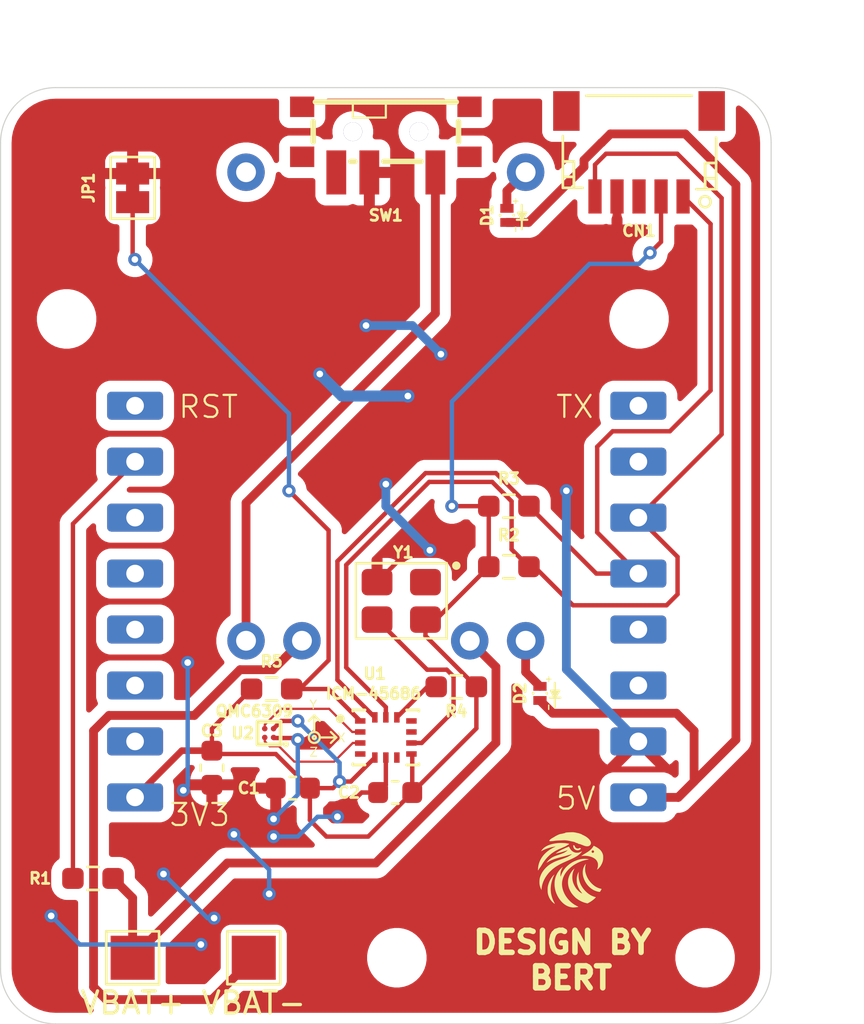
<source format=kicad_pcb>
(kicad_pcb (version 20241229) (generator "pcbnew") (generator_version "9.0")
  (layers (0 "F.Cu" signal) (2 "B.Cu" signal) (13 "F.Paste" user) (15 "B.Paste" user) (5 "F.SilkS" user "F.Silkscreen") (7 "B.SilkS" user "B.Silkscreen") (1 "F.Mask" user) (3 "B.Mask" user) (25 "Edge.Cuts" user))
  (net 0 "")
  (net 1 "Net-(U4-B+)")
  (net 2 "Net-(U3-A0)")
  (net 3 "+3V3")
  (net 4 "SCL")
  (net 5 "SDA")
  (net 6 "Net-(U1-AP_CS)")
  (net 7 "Net-(JP1-B)")
  (net 8 "GND")
  (net 9 "SDX")
  (net 10 "SCX")
  (net 11 "Net-(U4-OUT-)")
  (net 13 "Net-(U4-B-)")
  (net 14 "Net-(U4-IN+)")
  (net 15 "Net-(U4-OUT+)")
  (net 24 "+5V")
  (net 36 "CLK")
  (footprint "Jumper:SolderJumper-2_P1.3mm_Bridged_Pad1.0x1.5mm" (layer "F.Cu") (at 128.5 74.55 -90)
    (property "Reference" "JP1" (at 0 2 90) (layer "F.SilkS") (effects (font (size 0.5 0.5) (thickness 0.125))))
    (property "Value" "SolderJumper_2_Bridged" (hide yes))
    (fp_poly (pts (xy -0.25 -0.3) (xy 0.25 -0.3) (xy 0.25 0.3) (xy -0.25 0.3)) (fill yes) (layer "F.Cu"))
    (pad "1" smd rect (at -0.65 0 270) (size 1 1.5) (layers "F.Cu" "F.Mask") (net 8 "GND"))
    (pad "2" smd rect (at 0.65 0 270) (size 1 1.5) (layers "F.Cu" "F.Mask") (net 7 "Net-(JP1-B)"))
  )
  (footprint "Bert-Slime-PCB:SOD993_L1.0-W0.6-LS1.0-RD" (layer "F.Cu") (at 147 97.5 90)
    (property "Reference" "D2" (at 0 -0.9 90) (layer "F.SilkS") (effects (font (size 0.5 0.5) (thickness 0.125))))
    (property "Value" "PMEG3010ESBYL")
    (fp_text user "+" (at 0.45 0.525 90) (layer "F.SilkS") (effects (font (size 0.25 0.25) (thickness 0.0625) (bold yes)) (justify left bottom)))
    (fp_text user "-" (at -0.825 0.525 90) (layer "F.SilkS") (effects (font (size 0.25 0.25) (thickness 0.0625) (bold yes)) (justify left bottom)))
    (pad "1" smd rect (at -0.32 0 90) (size 0.4 0.6) (layers "F.Cu" "F.Mask" "F.Paste") (net 24 "+5V"))
    (pad "2" smd rect (at 0.32 0 90) (size 0.4 0.6) (layers "F.Cu" "F.Mask" "F.Paste") (net 15 "Net-(U4-OUT+)"))
  )
  (footprint "Bert-Slime-PCB:X1-WLB0808-4_L0.8-W0.8-P0.40-TL" (layer "F.Cu") (at 134.7 99.3 180)
    (property "Reference" "U2" (at 1.2 0 180) (layer "F.SilkS") (effects (font (size 0.5 0.5) (thickness 0.125))))
    (property "Value" "QMC6309")
    (pad "A1" smd circle (at -0.2 -0.2 180) (size 0.25 0.25) (layers "F.Cu" "F.Mask" "F.Paste") (net 8 "GND"))
    (pad "A2" smd circle (at 0.2 -0.2 180) (size 0.25 0.25) (layers "F.Cu" "F.Mask" "F.Paste") (net 10 "SCX"))
    (pad "B1" smd circle (at -0.2 0.2 180) (size 0.25 0.25) (layers "F.Cu" "F.Mask" "F.Paste") (net 3 "+3V3"))
    (pad "B2" smd circle (at 0.2 0.2 180) (size 0.25 0.25) (layers "F.Cu" "F.Mask" "F.Paste") (net 9 "SDX"))
  )
  (footprint "Bert-Slime-PCB:SOD993_L1.0-W0.6-LS1.0-RD" (layer "F.Cu") (at 145.5 75.8 90)
    (property "Reference" "D1" (at 0 -0.9 90) (layer "F.SilkS") (effects (font (size 0.5 0.5) (thickness 0.125))))
    (property "Value" "PMEG3010ESBYL")
    (fp_text user "-" (at -0.825 0.525 90) (layer "F.SilkS") (effects (font (size 0.25 0.25) (thickness 0.0625) (bold yes)) (justify left bottom)))
    (fp_text user "+" (at 0.45 0.525 90) (layer "F.SilkS") (effects (font (size 0.25 0.25) (thickness 0.0625) (bold yes)) (justify left bottom)))
    (pad "1" smd rect (at -0.32 0 90) (size 0.4 0.6) (layers "F.Cu" "F.Mask" "F.Paste") (net 24 "+5V"))
    (pad "2" smd rect (at 0.32 0 90) (size 0.4 0.6) (layers "F.Cu" "F.Mask" "F.Paste") (net 14 "Net-(U4-IN+)"))
  )
  (footprint "Resistor_SMD:R_0603_1608Metric_Pad0.98x0.95mm_HandSolder" (layer "F.Cu") (at 143.2 97.2 180)
    (property "Reference" "R4" (at 0 -1.11 0) (layer "F.SilkS") (effects (font (size 0.5 0.5) (thickness 0.125))))
    (property "Value" "10K" (hide yes))
    (pad "1" smd roundrect (at -0.9125 0 180) (size 0.975 0.95) (layers "F.Cu" "F.Mask" "F.Paste") (net 3 "+3V3"))
    (pad "2" smd roundrect (at 0.9125 0 180) (size 0.975 0.95) (layers "F.Cu" "F.Mask" "F.Paste") (net 6 "Net-(U1-AP_CS)"))
  )
  (footprint "Personal:bird" (layer "F.Cu") (at 148.4 105.5)
    (property "Reference" "G***" (hide yes))
    (property "Value" "LOGO" (hide yes))
  )
  (footprint "Capacitor_SMD:C_0603_1608Metric" (layer "F.Cu") (at 140.425 102 180)
    (property "Reference" "C2" (at 2.1 0 0) (layer "F.SilkS") (effects (font (size 0.5 0.5) (thickness 0.125))))
    (property "Value" "100nF")
    (pad "1" smd roundrect (at -0.775 0 180) (size 0.9 0.95) (layers "F.Cu" "F.Mask" "F.Paste") (net 3 "+3V3"))
    (pad "2" smd roundrect (at 0.775 0 180) (size 0.9 0.95) (layers "F.Cu" "F.Mask" "F.Paste") (net 8 "GND"))
  )
  (footprint "MountingHole:MountingHole_2.2mm_M2" (layer "F.Cu") (at 125.5 80.5)
    (property "Reference" "REF**" (hide yes))
    (property "Value" "MountingHole_2.2mm_M2" (hide yes))
    (pad "" np_thru_hole circle (at 0 0) (size 2.2 2.2) (drill 2.2) (layers "*.Cu" "*.Mask"))
  )
  (footprint "Resistor_SMD:R_0603_1608Metric_Pad0.98x0.95mm_HandSolder" (layer "F.Cu") (at 145.5875 89)
    (property "Reference" "R3" (at 0 -1.25 0) (layer "F.SilkS") (effects (font (size 0.5 0.5) (thickness 0.125))))
    (property "Value" "10K" (hide yes))
    (pad "1" smd roundrect (at -0.9125 0) (size 0.975 0.95) (layers "F.Cu" "F.Mask" "F.Paste") (net 3 "+3V3"))
    (pad "2" smd roundrect (at 0.9125 0) (size 0.975 0.95) (layers "F.Cu" "F.Mask" "F.Paste") (net 5 "SDA"))
  )
  (footprint "Bert-Slime-PCB:CONN-SMD_SM05B-SRSS-TB-LF-SN" (layer "F.Cu") (at 151.5 73 180)
    (property "Reference" "CN1" (at 0 -3.5 180) (layer "F.SilkS") (effects (font (size 0.5 0.5) (thickness 0.125))))
    (property "Value" "SM05B-SRSS-TB (LF)(SN)")
    (pad "1" smd rect (at -2 -1.94 180) (size 0.6 1.55) (layers "F.Cu" "F.Mask" "F.Paste") (net 5 "SDA"))
    (pad "2" smd rect (at -1 -1.94 180) (size 0.6 1.55) (layers "F.Cu" "F.Mask" "F.Paste") (net 3 "+3V3"))
    (pad "3" smd rect (at 0 -1.94 180) (size 0.6 1.55) (layers "F.Cu" "F.Mask" "F.Paste"))
    (pad "4" smd rect (at 1 -1.94 180) (size 0.6 1.55) (layers "F.Cu" "F.Mask" "F.Paste") (net 8 "GND"))
    (pad "5" smd rect (at 2 -1.94 180) (size 0.6 1.55) (layers "F.Cu" "F.Mask" "F.Paste") (net 4 "SCL"))
    (pad "6" smd rect (at -3.3 1.94 180) (size 1.2 1.8) (layers "F.Cu" "F.Mask" "F.Paste"))
    (pad "7" smd rect (at 3.3 1.94 180) (size 1.2 1.8) (layers "F.Cu" "F.Mask" "F.Paste"))
  )
  (footprint "TestPoint:TestPoint_Pad_2.0x2.0mm" (layer "F.Cu") (at 128.5 109.5)
    (property "Reference" "H1" (hide yes))
    (property "Value" "VBAT+" (at 0 2.05 0) (layer "F.SilkS"))
    (pad "1" smd rect (at 0 0) (size 2 2) (layers "F.Cu" "F.Mask") (net 1 "Net-(U4-B+)"))
  )
  (footprint "Bert-Slime-PCB:D1-Mini" (layer "F.Cu") (at 140.04 97.14)
    (property "Reference" "U3" (hide yes))
    (property "Value" "~")
    (fp_text user "5V" (at 7.62 5.715 0) (layer "F.SilkS") (effects (font (thickness 0.1)) (justify left bottom)))
    (fp_text user "3V3" (at -9.94 6.46 0) (layer "F.SilkS") (effects (font (thickness 0.1)) (justify left bottom)))
    (fp_text user "TX" (at 7.62 -12.065 0) (layer "F.SilkS") (effects (font (thickness 0.1)) (justify left bottom)))
    (fp_text user "RST" (at -9.525 -12.065 0) (layer "F.SilkS") (effects (font (thickness 0.1)) (justify left bottom)))
    (pad "1" thru_hole roundrect (at -11.43 -12.7) (size 2.54 1.27) (drill 0.8) (layers "*.Cu" "*.Mask") (roundrect_rratio 0.15))
    (pad "2" thru_hole roundrect (at -11.43 -10.16) (size 2.54 1.27) (drill 0.8) (layers "*.Cu" "*.Mask") (roundrect_rratio 0.15) (net 2 "Net-(U3-A0)"))
    (pad "3" thru_hole roundrect (at -11.43 -7.62) (size 2.54 1.27) (drill 0.8) (layers "*.Cu" "*.Mask") (roundrect_rratio 0.15))
    (pad "4" thru_hole roundrect (at -11.43 -5.08) (size 2.54 1.27) (drill 0.8) (layers "*.Cu" "*.Mask") (roundrect_rratio 0.15))
    (pad "5" thru_hole roundrect (at -11.43 -2.54) (size 2.54 1.27) (drill 0.8) (layers "*.Cu" "*.Mask") (roundrect_rratio 0.15))
    (pad "6" thru_hole roundrect (at -11.43 0) (size 2.54 1.27) (drill 0.8) (layers "*.Cu" "*.Mask") (roundrect_rratio 0.15))
    (pad "7" thru_hole roundrect (at -11.43 2.54) (size 2.54 1.27) (drill 0.8) (layers "*.Cu" "*.Mask") (roundrect_rratio 0.15))
    (pad "8" thru_hole roundrect (at -11.43 5.08) (size 2.54 1.27) (drill 0.8) (layers "*.Cu" "*.Mask") (roundrect_rratio 0.15) (net 3 "+3V3"))
    (pad "9" thru_hole roundrect (at 11.43 -12.7) (size 2.54 1.27) (drill 0.8) (layers "*.Cu" "*.Mask") (roundrect_rratio 0.15))
    (pad "10" thru_hole roundrect (at 11.43 -10.16) (size 2.54 1.27) (drill 0.8) (layers "*.Cu" "*.Mask") (roundrect_rratio 0.15))
    (pad "11" thru_hole roundrect (at 11.43 -7.62) (size 2.54 1.27) (drill 0.8) (layers "*.Cu" "*.Mask") (roundrect_rratio 0.15) (net 4 "SCL"))
    (pad "12" thru_hole roundrect (at 11.43 -5.08) (size 2.54 1.27) (drill 0.8) (layers "*.Cu" "*.Mask") (roundrect_rratio 0.15) (net 5 "SDA"))
    (pad "13" thru_hole roundrect (at 11.43 -2.54) (size 2.54 1.27) (drill 0.8) (layers "*.Cu" "*.Mask") (roundrect_rratio 0.15))
    (pad "14" thru_hole roundrect (at 11.43 0) (size 2.54 1.27) (drill 0.8) (layers "*.Cu" "*.Mask") (roundrect_rratio 0.15))
    (pad "15" thru_hole roundrect (at 11.43 2.54) (size 2.54 1.27) (drill 0.8) (layers "*.Cu" "*.Mask") (roundrect_rratio 0.15) (net 8 "GND"))
    (pad "16" thru_hole roundrect (at 11.43 5.08) (size 2.54 1.27) (drill 0.8) (layers "*.Cu" "*.Mask") (roundrect_rratio 0.15) (net 24 "+5V"))
  )
  (footprint "Bert-Slime-PCB:IC_ICM-45686" (layer "F.Cu") (at 140 99.5)
    (property "Reference" "U1" (at -0.5 -2.9 0) (layer "F.SilkS") (effects (font (size 0.5 0.5) (thickness 0.125))))
    (property "Value" "ICM-45686")
    (fp_text user "Y" (at -3.5 -1.25 0) (layer "F.SilkS") (effects (font (size 0.4 0.4) (thickness 0.05)) (justify left bottom)))
    (fp_text user "Z" (at -3.5 0.9 0) (layer "F.SilkS") (effects (font (size 0.4 0.4) (thickness 0.05)) (justify left bottom)))
    (fp_text user "X" (at -2.25 0.25 0) (layer "F.SilkS") (effects (font (size 0.4 0.4) (thickness 0.05)) (justify left bottom)))
    (pad "1" smd rect (at -1.1625 -0.75) (size 0.475 0.25) (layers "F.Cu" "F.Paste") (net 7 "Net-(JP1-B)"))
    (pad "2" smd rect (at -1.1625 -0.25) (size 0.475 0.25) (layers "F.Cu" "F.Paste") (net 9 "SDX"))
    (pad "3" smd rect (at -1.1625 0.25) (size 0.475 0.25) (layers "F.Cu" "F.Paste") (net 10 "SCX"))
    (pad "4" smd rect (at -1.1625 0.75) (size 0.475 0.25) (layers "F.Cu" "F.Paste"))
    (pad "5" smd rect (at -0.5 0.9125) (size 0.25 0.475) (layers "F.Cu" "F.Paste") (net 3 "+3V3"))
    (pad "6" smd rect (at 0 0.9125) (size 0.25 0.475) (layers "F.Cu" "F.Paste") (net 8 "GND"))
    (pad "7" smd rect (at 0.5 0.9125) (size 0.25 0.475) (layers "F.Cu" "F.Paste"))
    (pad "8" smd rect (at 1.1625 0.75) (size 0.475 0.25) (layers "F.Cu" "F.Paste") (net 3 "+3V3"))
    (pad "9" smd rect (at 1.1625 0.25) (size 0.475 0.25) (layers "F.Cu" "F.Paste") (net 36 "CLK"))
    (pad "10" smd rect (at 1.1625 -0.25) (size 0.475 0.25) (layers "F.Cu" "F.Paste"))
    (pad "11" smd rect (at 1.1625 -0.75) (size 0.475 0.25) (layers "F.Cu" "F.Paste"))
    (pad "12" smd rect (at 0.5 -0.9125) (size 0.25 0.475) (layers "F.Cu" "F.Paste") (net 6 "Net-(U1-AP_CS)"))
    (pad "13" smd rect (at 0 -0.9125) (size 0.25 0.475) (layers "F.Cu" "F.Paste") (net 4 "SCL"))
    (pad "14" smd rect (at -0.5 -0.9125) (size 0.25 0.475) (layers "F.Cu" "F.Paste") (net 5 "SDA"))
    (zone (net 0) (net_name "") (layer "F.Cu") (connect_pads (clearance 0)) (min_thickness 0.01)
      (keepout (tracks not_allowed) (vias not_allowed) (pads not_allowed) (copperpour not_allowed) (footprints allowed))
      (fill (thermal_gap 0.508) (thermal_bridge_width 0.508))
      (polygon (pts (xy 139.1 98.85) (xy 140.9 98.85) (xy 140.9 100.15) (xy 139.1 100.15)))
    )
  )
  (footprint "Capacitor_SMD:C_0603_1608Metric" (layer "F.Cu") (at 132.1 100.875 -90)
    (property "Reference" "C3" (at -1.675 0 0) (layer "F.SilkS") (effects (font (size 0.5 0.5) (thickness 0.125))))
    (property "Value" "2.2uF")
    (pad "1" smd roundrect (at -0.775 0 270) (size 0.9 0.95) (layers "F.Cu" "F.Mask" "F.Paste") (net 3 "+3V3"))
    (pad "2" smd roundrect (at 0.775 0 270) (size 0.9 0.95) (layers "F.Cu" "F.Mask" "F.Paste") (net 8 "GND"))
  )
  (footprint "MountingHole:MountingHole_2.2mm_M2" (layer "F.Cu") (at 151.5 80.5)
    (property "Reference" "REF**" (hide yes))
    (property "Value" "MountingHole_2.2mm_M2" (hide yes))
    (pad "" np_thru_hole circle (at 0 0) (size 2.2 2.2) (drill 2.2) (layers "*.Cu" "*.Mask"))
  )
  (footprint "Resistor_SMD:R_0603_1608Metric_Pad0.98x0.95mm_HandSolder" (layer "F.Cu") (at 145.5875 91.75)
    (property "Reference" "R2" (at 0 -1.43 0) (layer "F.SilkS") (effects (font (size 0.5 0.5) (thickness 0.125))))
    (property "Value" "10K" (hide yes))
    (pad "1" smd roundrect (at -0.9125 0) (size 0.975 0.95) (layers "F.Cu" "F.Mask" "F.Paste") (net 3 "+3V3"))
    (pad "2" smd roundrect (at 0.9125 0) (size 0.975 0.95) (layers "F.Cu" "F.Mask" "F.Paste") (net 4 "SCL"))
  )
  (footprint "Bert-Slime-PCB:TP4056-USBC-MODULE" (layer "F.Cu") (at 140 84)
    (property "Reference" "U4" (hide yes))
    (property "Value" "~")
    (pad "1" thru_hole circle (at 6.35 -10.16 90) (size 1.7 1.7) (drill 0.9) (layers "*.Cu" "*.Mask") (net 14 "Net-(U4-IN+)"))
    (pad "2" thru_hole circle (at -6.35 -10.16) (size 1.7 1.7) (drill 0.9) (layers "*.Cu" "*.Mask"))
    (pad "3" thru_hole circle (at 6.35 11.11) (size 1.7 1.7) (drill 0.9) (layers "*.Cu" "*.Mask") (net 15 "Net-(U4-OUT+)"))
    (pad "4" thru_hole circle (at 3.81 11.11) (size 1.7 1.7) (drill 0.9) (layers "*.Cu" "*.Mask") (net 1 "Net-(U4-B+)"))
    (pad "5" thru_hole circle (at -3.81 11.11) (size 1.7 1.7) (drill 0.9) (layers "*.Cu" "*.Mask") (net 13 "Net-(U4-B-)"))
    (pad "6" thru_hole circle (at -6.35 11.11) (size 1.7 1.7) (drill 0.9) (layers "*.Cu" "*.Mask") (net 11 "Net-(U4-OUT-)"))
  )
  (footprint "Bert-Slime-PCB:SW-SMD_MK-12C02-G020" (layer "F.Cu") (at 140 72.36 180)
    (property "Reference" "SW1" (at 0 -3.44 180) (layer "F.SilkS") (effects (font (size 0.5 0.5) (thickness 0.125))))
    (property "Value" "MK-12C02-G020")
    (pad "" thru_hole circle (at -1.5 0.36 180) (size 0.85 0.85) (drill 0.85) (layers "*.Cu" "*.Mask"))
    (pad "" thru_hole circle (at 1.5 0.36 180) (size 0.85 0.85) (drill 0.85) (layers "*.Cu" "*.Mask"))
    (pad "1" smd rect (at -2.25 -1.49 180) (size 0.9 2) (layers "F.Cu" "F.Mask" "F.Paste") (net 11 "Net-(U4-OUT-)"))
    (pad "2" smd rect (at 0.75 -1.49 180) (size 0.9 2) (layers "F.Cu" "F.Mask" "F.Paste") (net 8 "GND"))
    (pad "3" smd rect (at 2.25 -1.49 180) (size 0.9 2) (layers "F.Cu" "F.Mask" "F.Paste"))
    (pad "4" smd rect (at 3.8 -0.78 180) (size 1.1 0.93) (layers "F.Cu" "F.Mask" "F.Paste"))
    (pad "5" smd rect (at 3.8 1.49 180) (size 1.1 0.93) (layers "F.Cu" "F.Mask" "F.Paste"))
    (pad "6" smd rect (at -3.8 1.49 180) (size 1.1 0.93) (layers "F.Cu" "F.Mask" "F.Paste"))
    (pad "7" smd rect (at -3.8 -0.78) (size 1.1 0.93) (layers "F.Cu" "F.Mask" "F.Paste"))
  )
  (footprint "TestPoint:TestPoint_Pad_2.0x2.0mm" (layer "F.Cu") (at 134 109.5)
    (property "Reference" "H2" (hide yes))
    (property "Value" "VBAT-" (at 0 2.05 0) (layer "F.SilkS"))
    (pad "1" smd rect (at 0 0) (size 2 2) (layers "F.Cu" "F.Mask") (net 13 "Net-(U4-B-)"))
  )
  (footprint "Resistor_SMD:R_0603_1608Metric_Pad0.98x0.95mm_HandSolder" (layer "F.Cu") (at 134.8125 97.3)
    (property "Reference" "R5" (at 0 -1.25 0) (layer "F.SilkS") (effects (font (size 0.5 0.5) (thickness 0.125))))
    (property "Value" "10K" (hide yes))
    (pad "1" smd roundrect (at -0.9125 0) (size 0.975 0.95) (layers "F.Cu" "F.Mask" "F.Paste") (net 3 "+3V3"))
    (pad "2" smd roundrect (at 0.9125 0) (size 0.975 0.95) (layers "F.Cu" "F.Mask" "F.Paste") (net 7 "Net-(JP1-B)"))
  )
  (footprint "MountingHole:MountingHole_2.2mm_M2" (layer "F.Cu") (at 154.5 109.5)
    (property "Reference" "REF**" (hide yes))
    (property "Value" "MountingHole_2.2mm_M2" (hide yes))
    (pad "" np_thru_hole circle (at 0 0) (size 2.2 2.2) (drill 2.2) (layers "*.Cu" "*.Mask"))
  )
  (footprint "MountingHole:MountingHole_2.2mm_M2" (layer "F.Cu") (at 140.5 109.5)
    (property "Reference" "REF**" (hide yes))
    (property "Value" "MountingHole_2.2mm_M2" (hide yes))
    (pad "" np_thru_hole circle (at 0 0) (size 2.2 2.2) (drill 2.2) (layers "*.Cu" "*.Mask"))
  )
  (footprint "Capacitor_SMD:C_0603_1608Metric" (layer "F.Cu") (at 135.775 101.8 180)
    (property "Reference" "C1" (at 2 0 0) (layer "F.SilkS") (effects (font (size 0.5 0.5) (thickness 0.125))))
    (property "Value" "100nF")
    (pad "1" smd roundrect (at -0.775 0 180) (size 0.9 0.95) (layers "F.Cu" "F.Mask" "F.Paste") (net 3 "+3V3"))
    (pad "2" smd roundrect (at 0.775 0 180) (size 0.9 0.95) (layers "F.Cu" "F.Mask" "F.Paste") (net 8 "GND"))
  )
  (footprint "Crystal:Crystal_SMD_3225-4Pin_3.2x2.5mm" (layer "F.Cu") (at 140.7 93.3 180)
    (property "Reference" "Y1" (at -0.1 2.2 0) (layer "F.SilkS") (effects (font (size 0.5 0.5) (thickness 0.125))))
    (property "Value" "32.768 kHz Oscillator" (hide yes))
    (pad "1" smd roundrect (at -1.1 0.85 180) (size 1.4 1.2) (layers "F.Cu" "F.Mask" "F.Paste") (roundrect_rratio 0.208333))
    (pad "2" smd roundrect (at 1.1 0.85 180) (size 1.4 1.2) (layers "F.Cu" "F.Mask" "F.Paste") (roundrect_rratio 0.208333) (net 8 "GND"))
    (pad "3" smd roundrect (at 1.1 -0.85 180) (size 1.4 1.2) (layers "F.Cu" "F.Mask" "F.Paste") (roundrect_rratio 0.208333) (net 36 "CLK"))
    (pad "4" smd roundrect (at -1.1 -0.85 180) (size 1.4 1.2) (layers "F.Cu" "F.Mask" "F.Paste") (roundrect_rratio 0.208333) (net 3 "+3V3"))
  )
  (footprint "Resistor_SMD:R_0603_1608Metric_Pad0.98x0.95mm_HandSolder" (layer "F.Cu") (at 126.7 105.9 180)
    (property "Reference" "R1" (at 2.4 0 0) (layer "F.SilkS") (effects (font (size 0.5 0.5) (thickness 0.125))))
    (property "Value" "180K")
    (pad "1" smd roundrect (at -0.9125 0 180) (size 0.975 0.95) (layers "F.Cu" "F.Mask" "F.Paste") (net 1 "Net-(U4-B+)"))
    (pad "2" smd roundrect (at 0.9125 0 180) (size 0.975 0.95) (layers "F.Cu" "F.Mask" "F.Paste") (net 2 "Net-(U3-A0)"))
  )
  (gr_circle (center 143.2 91.7) (end 143.3 91.8) (stroke (width 0.1)) (fill yes) (layer "F.SilkS"))
  (gr_line (start 138.64 91.59) (end 138.64 95) (stroke (width 0.1)) (layer "F.SilkS"))
  (gr_line (start 138.64 95) (end 142.7 95) (stroke (width 0.1)) (layer "F.SilkS"))
  (gr_line (start 125 112.5) (end 155 112.5) (stroke (width 0.05)) (layer "Edge.Cuts"))
  (gr_arc (start 157.5 110) (mid 156.767767 111.767767) (end 155 112.5) (stroke (width 0.05)) (layer "Edge.Cuts"))
  (gr_arc (start 125 112.5) (mid 123.232233 111.767767) (end 122.5 110) (stroke (width 0.05)) (layer "Edge.Cuts"))
  (gr_line (start 157.5 110) (end 157.5 72.5) (stroke (width 0.05)) (layer "Edge.Cuts"))
  (gr_arc (start 155 70) (mid 156.767767 70.732233) (end 157.5 72.5) (stroke (width 0.05)) (layer "Edge.Cuts"))
  (gr_arc (start 122.5 72.5) (mid 123.232233 70.732233) (end 125 70) (stroke (width 0.05)) (layer "Edge.Cuts"))
  (gr_line (start 122.5 72.5) (end 122.5 110) (stroke (width 0.05)) (layer "Edge.Cuts"))
  (gr_line (start 155 70) (end 125 70) (stroke (width 0.05)) (layer "Edge.Cuts"))
  (gr_text "QMC6309" (at 132.2 98.6 0) (layer "F.SilkS") (effects (font (size 0.5 0.5) (thickness 0.125) (bold yes)) (justify left bottom)))
  (gr_text "DESIGN BY \nBERT" (at 148.4 111 0) (layer "F.SilkS") (effects (font (size 1 1) (thickness 0.25) (bold yes)) (justify bottom)))
  (gr_text "ICM-45686" (at 137.2 97.8 0) (layer "F.SilkS") (effects (font (size 0.5 0.5) (thickness 0.125) (bold yes)) (justify left bottom)))
  (segment (start 128.5 109.5) (end 132.8 105.2) (width 0.4) (layer "F.Cu") (net 1))
  (segment (start 145.001 96.301) (end 143.81 95.11) (width 0.4) (layer "F.Cu") (net 1))
  (segment (start 145.001 99.740532) (end 145.001 96.301) (width 0.4) (layer "F.Cu") (net 1))
  (segment (start 139.541532 105.2) (end 145.001 99.740532) (width 0.4) (layer "F.Cu") (net 1))
  (segment (start 128.5 109.5) (end 128.5 106.7875) (width 0.4) (layer "F.Cu") (net 1))
  (segment (start 132.8 105.2) (end 139.541532 105.2) (width 0.4) (layer "F.Cu") (net 1))
  (segment (start 128.5 106.7875) (end 127.6125 105.9) (width 0.4) (layer "F.Cu") (net 1))
  (segment (start 125.7875 105.9) (end 125.7875 89.8025) (width 0.2) (layer "F.Cu") (net 2))
  (segment (start 125.7875 89.8025) (end 128.61 86.98) (width 0.2) (layer "F.Cu") (net 2))
  (segment (start 132.25 100.25) (end 135 100.25) (width 0.2) (layer "F.Cu") (net 3))
  (segment (start 141.2 102) (end 144.1125 99.0875) (width 0.2) (layer "F.Cu") (net 3))
  (segment (start 144.675 91.75) (end 144.675 89) (width 0.2) (layer "F.Cu") (net 3))
  (segment (start 141.8 94.15) (end 142.275 94.15) (width 0.2) (layer "F.Cu") (net 3))
  (segment (start 136.55 101.8) (end 137.6 101.8) (width 0.2) (layer "F.Cu") (net 3))
  (segment (start 136.55 101.8) (end 136.55 103.25) (width 0.2) (layer "F.Cu") (net 3))
  (segment (start 139.2 104) (end 141.2 102) (width 0.2) (layer "F.Cu") (net 3))
  (segment (start 136.55 103.25) (end 137.3 104) (width 0.2) (layer "F.Cu") (net 3))
  (segment (start 132.1 100.1) (end 132.25 100.25) (width 0.2) (layer "F.Cu") (net 3))
  (segment (start 136 98.75) (end 135.25 98.75) (width 0.2) (layer "F.Cu") (net 3))
  (segment (start 142.275 94.15) (end 144.675 91.75) (width 0.2) (layer "F.Cu") (net 3))
  (segment (start 137.3 104) (end 139.2 104) (width 0.2) (layer "F.Cu") (net 3))
  (segment (start 141.8 94.8875) (end 144.1125 97.2) (width 0.2) (layer "F.Cu") (net 3))
  (segment (start 141.2 102) (end 141.2 100.2875) (width 0.2) (layer "F.Cu") (net 3))
  (segment (start 152 77.5) (end 152.5 77) (width 0.2) (layer "F.Cu") (net 3))
  (segment (start 152.5 77) (end 152.5 74.94) (width 0.2) (layer "F.Cu") (net 3))
  (segment (start 130.73 100.1) (end 132.1 100.1) (width 0.3) (layer "F.Cu") (net 3))
  (segment (start 132.1 99.1) (end 133.9 97.3) (width 0.2) (layer "F.Cu") (net 3))
  (segment (start 132.1 100.1) (end 132.1 99.1) (width 0.2) (layer "F.Cu") (net 3))
  (segment (start 128.61 102.22) (end 130.73 100.1) (width 0.3) (layer "F.Cu") (net 3))
  (segment (start 144.1125 99.0875) (end 144.1125 97.2) (width 0.2) (layer "F.Cu") (net 3))
  (segment (start 141.8 94.15) (end 141.8 94.8875) (width 0.2) (layer "F.Cu") (net 3))
  (segment (start 144.675 89) (end 143 89) (width 0.2) (layer "F.Cu") (net 3))
  (segment (start 141.2 100.2875) (end 141.1625 100.25) (width 0.2) (layer "F.Cu") (net 3))
  (segment (start 137.9 101.5) (end 138.4125 101.5) (width 0.2) (layer "F.Cu") (net 3))
  (segment (start 135.25 98.75) (end 134.926 99.074) (width 0.2) (layer "F.Cu") (net 3))
  (segment (start 137.6 101.8) (end 137.9 101.5) (width 0.2) (layer "F.Cu") (net 3))
  (segment (start 138.4125 101.5) (end 139.5 100.4125) (width 0.2) (layer "F.Cu") (net 3))
  (segment (start 135 100.25) (end 136.55 101.8) (width 0.2) (layer "F.Cu") (net 3))
  (via (at 136 98.75) (size 0.6) (drill 0.3) (layers "F.Cu" "B.Cu") (net 3))
  (via (at 143 89) (size 0.6) (drill 0.3) (layers "F.Cu" "B.Cu") (net 3))
  (via (at 152 77.5) (size 0.6) (drill 0.3) (layers "F.Cu" "B.Cu") (net 3))
  (via (at 137.9 101.5) (size 0.6) (drill 0.3) (layers "F.Cu" "B.Cu") (net 3))
  (segment (start 143 84.25) (end 143 89) (width 0.2) (layer "B.Cu") (net 3))
  (segment (start 137.9 101.5) (end 137.9 100.65) (width 0.2) (layer "B.Cu") (net 3))
  (segment (start 151.5 78) (end 149.25 78) (width 0.2) (layer "B.Cu") (net 3))
  (segment (start 137.9 100.65) (end 136 98.75) (width 0.2) (layer "B.Cu") (net 3))
  (segment (start 149.25 78) (end 143 84.25) (width 0.2) (layer "B.Cu") (net 3))
  (segment (start 152 77.5) (end 151.5 78) (width 0.2) (layer "B.Cu") (net 3))
  (segment (start 155.25 75.013) (end 155.25 85.74) (width 0.2) (layer "F.Cu") (net 4))
  (segment (start 138.201 91.6661) (end 141.9671 87.9) (width 0.2) (layer "F.Cu") (net 4))
  (segment (start 145.7115 90.9615) (end 146.5 91.75) (width 0.2) (layer "F.Cu") (net 4))
  (segment (start 151.47 89.52) (end 153.25 91.3) (width 0.2) (layer "F.Cu") (net 4))
  (segment (start 146.75 91.75) (end 146.5 91.75) (width 0.2) (layer "F.Cu") (net 4))
  (segment (start 144.830634 87.9) (end 145.7115 88.780866) (width 0.2) (layer "F.Cu") (net 4))
  (segment (start 153.25 91.3) (end 153.25 93) (width 0.2) (layer "F.Cu") (net 4))
  (segment (start 152.75 93.5) (end 148.5 93.5) (width 0.2) (layer "F.Cu") (net 4))
  (segment (start 155.25 85.74) (end 151.47 89.52) (width 0.2) (layer "F.Cu") (net 4))
  (segment (start 153.237 73) (end 155.25 75.013) (width 0.2) (layer "F.Cu") (net 4))
  (segment (start 140 98.5875) (end 140 98.123) (width 0.2) (layer "F.Cu") (net 4))
  (segment (start 138.201 96.324) (end 138.201 91.6661) (width 0.2) (layer "F.Cu") (net 4))
  (segment (start 149.5 73.5) (end 150 73) (width 0.2) (layer "F.Cu") (net 4))
  (segment (start 141.9671 87.9) (end 144.830634 87.9) (width 0.2) (layer "F.Cu") (net 4))
  (segment (start 150 73) (end 153.237 73) (width 0.2) (layer "F.Cu") (net 4))
  (segment (start 149.5 74.94) (end 149.5 73.5) (width 0.2) (layer "F.Cu") (net 4))
  (segment (start 153.25 93) (end 152.75 93.5) (width 0.2) (layer "F.Cu") (net 4))
  (segment (start 145.7115 88.780866) (end 145.7115 90.9615) (width 0.2) (layer "F.Cu") (net 4))
  (segment (start 148.5 93.5) (end 146.75 91.75) (width 0.2) (layer "F.Cu") (net 4))
  (segment (start 140 98.123) (end 138.201 96.324) (width 0.2) (layer "F.Cu") (net 4))
  (segment (start 149.56 92.06) (end 146.5 89) (width 0.2) (layer "F.Cu") (net 5))
  (segment (start 137.8 91.5) (end 141.801 87.499) (width 0.2) (layer "F.Cu") (net 5))
  (segment (start 151.47 92.06) (end 149.56 92.06) (width 0.2) (layer "F.Cu") (net 5))
  (segment (start 154.75 76.19) (end 153.5 74.94) (width 0.2) (layer "F.Cu") (net 5))
  (segment (start 151.47 92.06) (end 149.6 90.19) (width 0.2) (layer "F.Cu") (net 5))
  (segment (start 144.999 87.499) (end 146.5 89) (width 0.2) (layer "F.Cu") (net 5))
  (segment (start 137.8 96.8875) (end 137.8 91.5) (width 0.2) (layer "F.Cu") (net 5))
  (segment (start 152.9 85.6) (end 154.75 83.75) (width 0.2) (layer "F.Cu") (net 5))
  (segment (start 150.3 85.6) (end 152.9 85.6) (width 0.2) (layer "F.Cu") (net 5))
  (segment (start 154.75 83.75) (end 154.75 76.19) (width 0.2) (layer "F.Cu") (net 5))
  (segment (start 149.6 90.19) (end 149.6 86.3) (width 0.2) (layer "F.Cu") (net 5))
  (segment (start 139.5 98.5875) (end 137.8 96.8875) (width 0.2) (layer "F.Cu") (net 5))
  (segment (start 149.6 86.3) (end 150.3 85.6) (width 0.2) (layer "F.Cu") (net 5))
  (segment (start 141.801 87.499) (end 144.999 87.499) (width 0.2) (layer "F.Cu") (net 5))
  (segment (start 141.8875 97.2) (end 140.5 98.5875) (width 0.2) (layer "F.Cu") (net 6))
  (segment (start 142.2875 97.2) (end 141.8875 97.2) (width 0.2) (layer "F.Cu") (net 6))
  (segment (start 137.4 90.1) (end 135.6 88.3) (width 0.2) (layer "F.Cu") (net 7))
  (segment (start 136.096586 97.3) (end 137.4 95.996586) (width 0.2) (layer "F.Cu") (net 7))
  (segment (start 137.4 95.996586) (end 137.4 90.1) (width 0.2) (layer "F.Cu") (net 7))
  (segment (start 135.725 97.3) (end 136.096586 97.3) (width 0.2) (layer "F.Cu") (net 7))
  (segment (start 137.3875 97.3) (end 138.8375 98.75) (width 0.2) (layer "F.Cu") (net 7))
  (segment (start 135.725 97.3) (end 137.3875 97.3) (width 0.2) (layer "F.Cu") (net 7))
  (segment (start 128.6 77.8) (end 128.5 77.7) (width 0.2) (layer "F.Cu") (net 7))
  (segment (start 128.5 77.7) (end 128.5 75.2) (width 0.2) (layer "F.Cu") (net 7))
  (via (at 135.6 88.3) (size 0.6) (drill 0.3) (layers "F.Cu" "B.Cu") (net 7))
  (via (at 128.6 77.8) (size 0.6) (drill 0.3) (layers "F.Cu" "B.Cu") (net 7))
  (segment (start 135.6 84.8) (end 128.6 77.8) (width 0.2) (layer "B.Cu") (net 7))
  (segment (start 135.6 88.3) (end 135.6 84.8) (width 0.2) (layer "B.Cu") (net 7))
  (segment (start 140 101.65) (end 140 100.4125) (width 0.2) (layer "F.Cu") (net 8))
  (segment (start 137.8 103.1) (end 138.9 102) (width 0.2) (layer "F.Cu") (net 8))
  (segment (start 139.65 102) (end 140 101.65) (width 0.2) (layer "F.Cu") (net 8))
  (segment (start 138.9 102) (end 139.65 102) (width 0.2) (layer "F.Cu") (net 8))
  (segment (start 136 99.6) (end 135.926 99.526) (width 0.2) (layer "F.Cu") (net 8))
  (segment (start 135.926 99.526) (end 134.926 99.526) (width 0.2) (layer "F.Cu") (net 8))
  (segment (start 141.05 91) (end 142 91) (width 0.2) (layer "F.Cu") (net 8))
  (segment (start 139.6 92.45) (end 141.05 91) (width 0.2) (layer "F.Cu") (net 8))
  (via (at 134.9 103.2) (size 0.6) (drill 0.3) (layers "F.Cu" "B.Cu") (net 8))
  (via (at 136 99.6) (size 0.6) (drill 0.3) (layers "F.Cu" "B.Cu") (net 8))
  (via (at 131.6 108.9) (size 0.6) (drill 0.3) (layers "F.Cu" "B.Cu") (net 8))
  (via (at 130.8 101.9) (size 0.6) (drill 0.3) (layers "F.Cu" "B.Cu") (net 8))
  (via (at 133.1 103.9) (size 0.6) (drill 0.3) (layers "F.Cu" "B.Cu") (net 8))
  (via (at 131 96.1) (size 0.6) (drill 0.3) (layers "F.Cu" "B.Cu") (net 8))
  (via (at 140 88) (size 0.6) (drill 0.3) (layers "F.Cu" "B.Cu") (net 8))
  (via (at 142.5 82.1) (size 0.6) (drill 0.3) (layers "F.Cu" "B.Cu") (net 8))
  (via (at 137 83) (size 0.6) (drill 0.3) (layers "F.Cu" "B.Cu") (net 8))
  (via (at 141 84) (size 0.6) (drill 0.3) (layers "F.Cu" "B.Cu") (net 8))
  (via (at 142 91) (size 0.6) (drill 0.3) (layers "F.Cu" "B.Cu") (net 8))
  (via (at 148.2 88.3) (size 0.6) (drill 0.3) (layers "F.Cu" "B.Cu") (net 8))
  (via (at 124.8 107.6) (size 0.6) (drill 0.3) (layers "F.Cu" "B.Cu") (net 8))
  (via (at 134.7 106.6) (size 0.6) (drill 0.3) (layers "F.Cu" "B.Cu") (net 8))
  (via (at 134.9 104) (size 0.6) (drill 0.3) (layers "F.Cu" "B.Cu") (net 8))
  (via (at 139.1 80.8) (size 0.6) (drill 0.3) (layers "F.Cu" "B.Cu") (net 8))
  (via (at 137.8 103.1) (size 0.6) (drill 0.3) (layers "F.Cu" "B.Cu") (net 8))
  (via (at 129.9 105.7) (size 0.6) (drill 0.3) (layers "F.Cu" "B.Cu") (net 8))
  (via (at 132.2 107.7) (size 0.6) (drill 0.3) (layers "F.Cu" "B.Cu") (net 8))
  (segment (start 136.9 103.1) (end 136 104) (width 0.2) (layer "B.Cu") (net 8))
  (segment (start 134.9 103.2) (end 136 102.1) (width 0.2) (layer "B.Cu") (net 8))
  (segment (start 140 89) (end 140 88) (width 0.4) (layer "B.Cu") (net 8))
  (segment (start 138 84) (end 137 83) (width 0.5) (layer "B.Cu") (net 8))
  (segment (start 131 101.7) (end 131 96.1) (width 0.2) (layer "B.Cu") (net 8))
  (segment (start 131.6 108.9) (end 126.1 108.9) (width 0.2) (layer "B.Cu") (net 8))
  (segment (start 130.8 101.9) (end 131 101.7) (width 0.2) (layer "B.Cu") (net 8))
  (segment (start 142 91) (end 140 89) (width 0.4) (layer "B.Cu") (net 8))
  (segment (start 126.1 108.9) (end 124.8 107.6) (width 0.2) (layer "B.Cu") (net 8))
  (segment (start 133.1 103.9) (end 134.7 105.5) (width 0.2) (layer "B.Cu") (net 8))
  (segment (start 137.8 103.1) (end 136.9 103.1) (width 0.2) (layer "B.Cu") (net 8))
  (segment (start 136 104) (end 134.9 104) (width 0.2) (layer "B.Cu") (net 8))
  (segment (start 129.9 105.7) (end 131.9 107.7) (width 0.2) (layer "B.Cu") (net 8))
  (segment (start 148.2 96.41) (end 148.2 88.3) (width 0.4) (layer "B.Cu") (net 8))
  (segment (start 134.7 105.5) (end 134.7 106.6) (width 0.2) (layer "B.Cu") (net 8))
  (segment (start 142.5 82.1) (end 141.2 80.8) (width 0.4) (layer "B.Cu") (net 8))
  (segment (start 141 84) (end 138 84) (width 0.5) (layer "B.Cu") (net 8))
  (segment (start 131.9 107.7) (end 132.2 107.7) (width 0.2) (layer "B.Cu") (net 8))
  (segment (start 136 102.1) (end 136 99.6) (width 0.2) (layer "B.Cu") (net 8))
  (segment (start 141.2 80.8) (end 139.1 80.8) (width 0.4) (layer "B.Cu") (net 8))
  (segment (start 151.47 99.68) (end 148.2 96.41) (width 0.4) (layer "B.Cu") (net 8))
  (segment (start 137.423 98.2) (end 138.473 99.25) (width 0.1) (layer "F.Cu") (net 9))
  (segment (start 138.473 99.25) (end 138.8375 99.25) (width 0.1) (layer "F.Cu") (net 9))
  (segment (start 135.223224 98.2) (end 137.423 98.2) (width 0.1) (layer "F.Cu") (net 9))
  (segment (start 134.5 99.1) (end 134.5 98.923224) (width 0.1) (layer "F.Cu") (net 9))
  (segment (start 134.5 98.923224) (end 135.223224 98.2) (width 0.1) (layer "F.Cu") (net 9))
  (segment (start 138.498 99.75) (end 138.8375 99.75) (width 0.1) (layer "F.Cu") (net 10))
  (segment (start 134.5 99.676776) (end 134.722224 99.899) (width 0.1) (layer "F.Cu") (net 10))
  (segment (start 134.5 99.5) (end 134.5 99.676776) (width 0.1) (layer "F.Cu") (net 10))
  (segment (start 134.722224 99.899) (end 135.145388 99.899) (width 0.1) (layer "F.Cu") (net 10))
  (segment (start 137.648 100.6) (end 138.498 99.75) (width 0.1) (layer "F.Cu") (net 10))
  (segment (start 135.846388 100.6) (end 137.648 100.6) (width 0.1) (layer "F.Cu") (net 10))
  (segment (start 135.145388 99.899) (end 135.846388 100.6) (width 0.1) (layer "F.Cu") (net 10))
  (segment (start 133.65 95.11) (end 133.65 88.85) (width 0.4) (layer "F.Cu") (net 11))
  (segment (start 133.65 88.85) (end 142.25 80.25) (width 0.4) (layer "F.Cu") (net 11))
  (segment (start 142.25 80.25) (end 142.25 74.35) (width 0.4) (layer "F.Cu") (net 11))
  (segment (start 134 109.5) (end 132.1 111.4) (width 0.4) (layer "F.Cu") (net 13))
  (segment (start 132.1 111.4) (end 127.3 111.4) (width 0.4) (layer "F.Cu") (net 13))
  (segment (start 126.724 110.824) (end 126.724 99.200212) (width 0.4) (layer "F.Cu") (net 13))
  (segment (start 126.724 99.200212) (end 127.424212 98.5) (width 0.4) (layer "F.Cu") (net 13))
  (segment (start 133.378944 96.424) (end 134.876 96.424) (width 0.4) (layer "F.Cu") (net 13))
  (segment (start 134.876 96.424) (end 136.19 95.11) (width 0.4) (layer "F.Cu") (net 13))
  (segment (start 131.302944 98.5) (end 133.378944 96.424) (width 0.4) (layer "F.Cu") (net 13))
  (segment (start 127.424212 98.5) (end 131.302944 98.5) (width 0.4) (layer "F.Cu") (net 13))
  (segment (start 127.3 111.4) (end 126.724 110.824) (width 0.4) (layer "F.Cu") (net 13))
  (segment (start 145.5 75.48) (end 145.5 74.69) (width 0.4) (layer "F.Cu") (net 14))
  (segment (start 146.35 73.84) (end 146.35 74.15) (width 0.2) (layer "F.Cu") (net 14))
  (segment (start 146.35 74.15) (end 146.25 74.25) (width 0.2) (layer "F.Cu") (net 14))
  (segment (start 145.5 74.69) (end 146.35 73.84) (width 0.4) (layer "F.Cu") (net 14))
  (segment (start 146.35 96.53) (end 147 97.18) (width 0.4) (layer "F.Cu") (net 15))
  (segment (start 146 95.46) (end 146.35 95.11) (width 0.2) (layer "F.Cu") (net 15))
  (segment (start 146.35 95.11) (end 146.35 96.53) (width 0.4) (layer "F.Cu") (net 15))
  (segment (start 155.9 99.6) (end 153.28 102.22) (width 0.4) (layer "F.Cu") (net 24))
  (segment (start 154 101.5) (end 153.28 102.22) (width 0.4) (layer "F.Cu") (net 24))
  (segment (start 155.9 74.4) (end 155.9 99.6) (width 0.4) (layer "F.Cu") (net 24))
  (segment (start 148.999 73.29248) (end 149.79248 72.499) (width 0.4) (layer "F.Cu") (net 24))
  (segment (start 153.28 102.22) (end 151.47 102.22) (width 0.4) (layer "F.Cu") (net 24))
  (segment (start 147.58 98.4) (end 153.2 98.4) (width 0.4) (layer "F.Cu") (net 24))
  (segment (start 153.6 72.1) (end 155.9 74.4) (width 0.4) (layer "F.Cu") (net 24))
  (segment (start 149.79248 72.499) (end 149.801 72.499) (width 0.4) (layer "F.Cu") (net 24))
  (segment (start 146.48 76.12) (end 148.999 73.601) (width 0.4) (layer "F.Cu") (net 24))
  (segment (start 150.2 72.1) (end 153.6 72.1) (width 0.4) (layer "F.Cu") (net 24))
  (segment (start 145.5 76.12) (end 146.48 76.12) (width 0.4) (layer "F.Cu") (net 24))
  (segment (start 149.801 72.499) (end 150.2 72.1) (width 0.4) (layer "F.Cu") (net 24))
  (segment (start 154 99.2) (end 154 101.5) (width 0.4) (layer "F.Cu") (net 24))
  (segment (start 153.2 98.4) (end 154 99.2) (width 0.4) (layer "F.Cu") (net 24))
  (segment (start 147 97.82) (end 147.58 98.4) (width 0.4) (layer "F.Cu") (net 24))
  (segment (start 148.999 73.601) (end 148.999 73.29248) (width 0.4) (layer "F.Cu") (net 24))
  (segment (start 141.874 96.424) (end 142.767134 96.424) (width 0.2) (layer "F.Cu") (net 36))
  (segment (start 139.6 94.15) (end 141.874 96.424) (width 0.2) (layer "F.Cu") (net 36))
  (segment (start 142.767134 96.424) (end 143.076 96.732866) (width 0.2) (layer "F.Cu") (net 36))
  (segment (start 143.076 98.301) (end 141.627 99.75) (width 0.2) (layer "F.Cu") (net 36))
  (segment (start 143.076 96.732866) (end 143.076 98.301) (width 0.2) (layer "F.Cu") (net 36))
  (segment (start 141.627 99.75) (end 141.1625 99.75) (width 0.2) (layer "F.Cu") (net 36))
  (zone (net 8) (net_name "GND") (layer "F.Cu") (connect_pads (clearance 0.5)) (min_thickness 0.25) (fill yes (thermal_gap 0.5) (thermal_bridge_width 0.5))
    (polygon (pts (xy 122.5 112.5) (xy 122.5 70) (xy 157.5 70) (xy 157.5 112.5)))
  )
)
</source>
